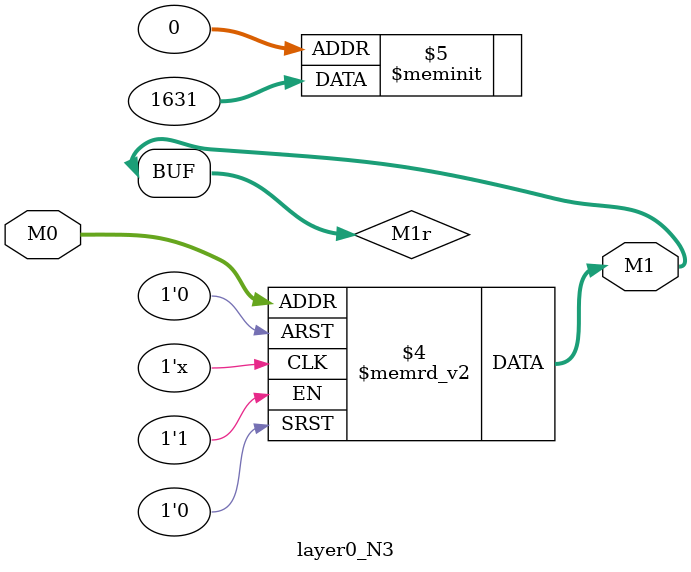
<source format=v>
module layer0_N3 ( input [3:0] M0, output [1:0] M1 );

	(*rom_style = "distributed" *) reg [1:0] M1r;
	assign M1 = M1r;
	always @ (M0) begin
		case (M0)
			4'b0000: M1r = 2'b11;
			4'b1000: M1r = 2'b00;
			4'b0100: M1r = 2'b10;
			4'b1100: M1r = 2'b00;
			4'b0010: M1r = 2'b01;
			4'b1010: M1r = 2'b00;
			4'b0110: M1r = 2'b00;
			4'b1110: M1r = 2'b00;
			4'b0001: M1r = 2'b11;
			4'b1001: M1r = 2'b00;
			4'b0101: M1r = 2'b01;
			4'b1101: M1r = 2'b00;
			4'b0011: M1r = 2'b01;
			4'b1011: M1r = 2'b00;
			4'b0111: M1r = 2'b00;
			4'b1111: M1r = 2'b00;

		endcase
	end
endmodule

</source>
